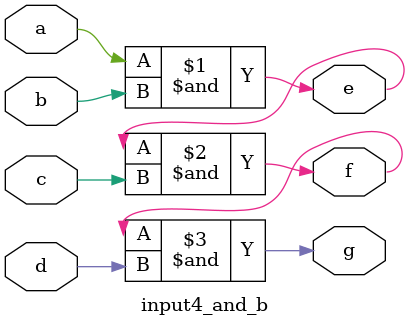
<source format=v>
`timescale 1ns / 1ps

module input4_and_b(a,b,c,d,e,f,g);
    input a,b,c,d;
    output e,f,g;
    
    assign e = a&b;
    assign f = e&c;
    assign g = f&d;
    
endmodule

</source>
